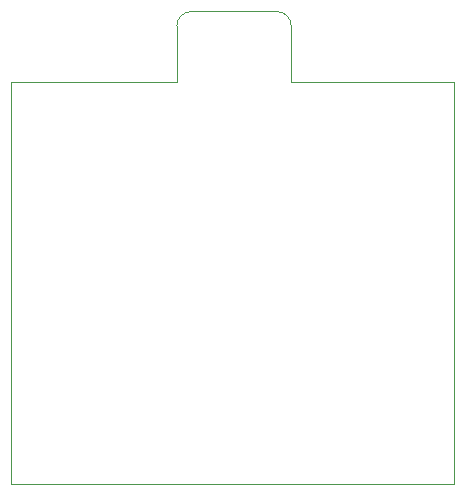
<source format=gbr>
G04 #@! TF.GenerationSoftware,KiCad,Pcbnew,(5.1.0)-1*
G04 #@! TF.CreationDate,2019-08-27T17:01:11-07:00*
G04 #@! TF.ProjectId,SDCard-PCB,53444361-7264-42d5-9043-422e6b696361,rev?*
G04 #@! TF.SameCoordinates,Original*
G04 #@! TF.FileFunction,Profile,NP*
%FSLAX46Y46*%
G04 Gerber Fmt 4.6, Leading zero omitted, Abs format (unit mm)*
G04 Created by KiCad (PCBNEW (5.1.0)-1) date 2019-08-27 17:01:11*
%MOMM*%
%LPD*%
G04 APERTURE LIST*
%ADD10C,0.050000*%
G04 APERTURE END LIST*
D10*
X122450000Y-47000000D02*
G75*
G02X123700000Y-48250000I0J-1250000D01*
G01*
X114000000Y-48250000D02*
G75*
G02X115250000Y-47000000I1250000J0D01*
G01*
X100000000Y-53000000D02*
X114000000Y-53000000D01*
X100000000Y-87000000D02*
X100000000Y-53000000D01*
X137500000Y-87000000D02*
X100000000Y-87000000D01*
X137500000Y-53000000D02*
X137500000Y-87000000D01*
X123700000Y-53000000D02*
X137500000Y-53000000D01*
X123700000Y-48250000D02*
X123700000Y-53000000D01*
X115250000Y-47000000D02*
X122450000Y-47000000D01*
X114000000Y-53000000D02*
X114000000Y-48250000D01*
M02*

</source>
